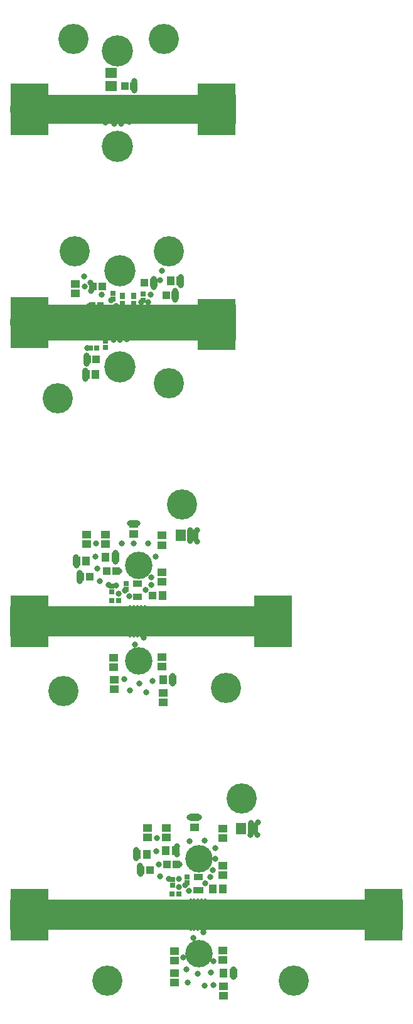
<source format=gts>
G04*
G04 #@! TF.GenerationSoftware,Altium Limited,Altium Designer,22.10.1 (41)*
G04*
G04 Layer_Color=8388736*
%FSLAX25Y25*%
%MOIN*%
G70*
G04*
G04 #@! TF.SameCoordinates,10B0A499-9DE9-419A-BA03-DC6469FBBFFB*
G04*
G04*
G04 #@! TF.FilePolarity,Negative*
G04*
G01*
G75*
%ADD40R,0.10630X0.10630*%
G04:AMPARAMS|DCode=41|XSize=12.01mil|YSize=27.56mil|CornerRadius=6mil|HoleSize=0mil|Usage=FLASHONLY|Rotation=0.000|XOffset=0mil|YOffset=0mil|HoleType=Round|Shape=RoundedRectangle|*
%AMROUNDEDRECTD41*
21,1,0.01201,0.01555,0,0,0.0*
21,1,0.00000,0.02756,0,0,0.0*
1,1,0.01201,0.00000,-0.00778*
1,1,0.01201,0.00000,-0.00778*
1,1,0.01201,0.00000,0.00778*
1,1,0.01201,0.00000,0.00778*
%
%ADD41ROUNDEDRECTD41*%
G04:AMPARAMS|DCode=42|XSize=27.56mil|YSize=12.01mil|CornerRadius=6mil|HoleSize=0mil|Usage=FLASHONLY|Rotation=0.000|XOffset=0mil|YOffset=0mil|HoleType=Round|Shape=RoundedRectangle|*
%AMROUNDEDRECTD42*
21,1,0.02756,0.00000,0,0,0.0*
21,1,0.01555,0.01201,0,0,0.0*
1,1,0.01201,0.00778,0.00000*
1,1,0.01201,-0.00778,0.00000*
1,1,0.01201,-0.00778,0.00000*
1,1,0.01201,0.00778,0.00000*
%
%ADD42ROUNDEDRECTD42*%
%ADD43R,0.04343X0.03202*%
%ADD44R,0.20485X0.06312*%
%ADD45R,0.04540X0.04147*%
%ADD46R,0.05748X0.06142*%
%ADD47R,0.03950X0.04343*%
%ADD48R,0.02926X0.02690*%
%ADD49R,0.05918X0.06312*%
%ADD50R,0.04343X0.04737*%
%ADD51R,0.04737X0.04343*%
%ADD52C,0.16016*%
%ADD53R,0.02690X0.02926*%
%ADD54R,0.02598X0.02638*%
%ADD55R,0.02965X0.02926*%
%ADD56R,0.03753X0.03162*%
%ADD57R,0.05079X0.03622*%
%ADD58R,0.03976X0.04370*%
%ADD59R,0.04147X0.04540*%
%ADD60R,0.04343X0.04343*%
%ADD61R,0.07493X0.07493*%
%ADD62R,0.01981X0.03910*%
%ADD63R,0.03910X0.01981*%
%ADD64R,0.02638X0.02598*%
%ADD65R,0.03425X0.02835*%
%ADD66R,0.07493X0.07493*%
%ADD67R,0.01581X0.03353*%
%ADD68R,0.03353X0.01581*%
%ADD69R,0.06115X0.05328*%
%ADD70R,0.02835X0.03425*%
%ADD71R,0.05249X0.03792*%
%ADD72C,0.02208*%
%ADD73C,0.14580*%
%ADD74C,0.16548*%
%ADD75C,0.03162*%
G36*
X149482Y285142D02*
X-439Y285142D01*
X-439Y301073D01*
X149482Y301073D01*
Y285142D01*
D02*
G37*
G36*
X208350Y129535D02*
X-421Y129535D01*
X-421Y145465D01*
X208350Y145465D01*
Y129535D01*
D02*
G37*
G36*
X119748Y442103D02*
X0D01*
X0Y461000D01*
X119748D01*
Y442103D01*
D02*
G37*
G36*
X119661Y557120D02*
X0D01*
Y572396D01*
X119661D01*
Y557120D01*
D02*
G37*
D40*
X67401Y293073D02*
D03*
X99451Y137469D02*
D03*
D41*
X63464Y300454D02*
D03*
X65432D02*
D03*
X67401D02*
D03*
X69369D02*
D03*
X71338D02*
D03*
Y285691D02*
D03*
X69369D02*
D03*
X67401D02*
D03*
X65432D02*
D03*
X63464D02*
D03*
X95514Y130088D02*
D03*
X97483D02*
D03*
X99451D02*
D03*
X101419D02*
D03*
X103388D02*
D03*
Y144851D02*
D03*
X101419D02*
D03*
X99451D02*
D03*
X97483D02*
D03*
X95514D02*
D03*
D42*
X74783Y297009D02*
D03*
Y295041D02*
D03*
Y293073D02*
D03*
Y291104D02*
D03*
Y289136D02*
D03*
X60019D02*
D03*
Y291104D02*
D03*
Y293073D02*
D03*
Y295041D02*
D03*
Y297009D02*
D03*
X92069Y141407D02*
D03*
Y139438D02*
D03*
Y137469D02*
D03*
Y135501D02*
D03*
Y133533D02*
D03*
X106833D02*
D03*
Y135501D02*
D03*
Y137469D02*
D03*
Y139438D02*
D03*
Y141407D02*
D03*
D43*
X1773Y137370D02*
D03*
X206196Y137500D02*
D03*
X147295Y293073D02*
D03*
X1771D02*
D03*
Y451592D02*
D03*
X117574Y450553D02*
D03*
Y564726D02*
D03*
X1771D02*
D03*
D44*
X9843Y148000D02*
D03*
Y126740D02*
D03*
X198126Y126870D02*
D03*
Y148130D02*
D03*
X139224Y282443D02*
D03*
Y303702D02*
D03*
X9842D02*
D03*
Y282443D02*
D03*
Y462222D02*
D03*
Y440962D02*
D03*
X109503Y439923D02*
D03*
Y461183D02*
D03*
Y575356D02*
D03*
Y554096D02*
D03*
X9842D02*
D03*
Y575356D02*
D03*
D45*
X54814Y268651D02*
D03*
Y273769D02*
D03*
X80503Y319092D02*
D03*
Y313974D02*
D03*
X40503Y334033D02*
D03*
Y339151D02*
D03*
X50503Y334033D02*
D03*
Y339151D02*
D03*
X81003Y250033D02*
D03*
Y255151D02*
D03*
X80503Y269033D02*
D03*
Y274151D02*
D03*
Y333533D02*
D03*
Y338651D02*
D03*
X34503Y467033D02*
D03*
Y472151D02*
D03*
X54857Y256913D02*
D03*
Y262031D02*
D03*
X112554Y183048D02*
D03*
Y177930D02*
D03*
X82554Y183548D02*
D03*
Y178430D02*
D03*
X72554Y183548D02*
D03*
Y178430D02*
D03*
X112554Y158371D02*
D03*
Y163489D02*
D03*
X86865Y118166D02*
D03*
Y113048D02*
D03*
X112554Y118548D02*
D03*
Y113430D02*
D03*
X86907Y106428D02*
D03*
Y101310D02*
D03*
X113054Y99548D02*
D03*
Y94430D02*
D03*
D46*
X122404Y182989D02*
D03*
X128703D02*
D03*
X90354Y338592D02*
D03*
D47*
X48729Y470644D02*
D03*
X43808D02*
D03*
X65464Y577092D02*
D03*
X60543D02*
D03*
X41964Y316592D02*
D03*
X37043D02*
D03*
X55964Y319592D02*
D03*
X51043D02*
D03*
X40543Y432092D02*
D03*
X45464D02*
D03*
X82543Y466092D02*
D03*
X87464D02*
D03*
X71043Y472592D02*
D03*
X75964D02*
D03*
X83093Y163989D02*
D03*
X88014D02*
D03*
X69093Y160989D02*
D03*
X74014D02*
D03*
D48*
X70110Y451196D02*
D03*
Y454660D02*
D03*
X50503Y438360D02*
D03*
Y441824D02*
D03*
D49*
X96653Y338592D02*
D03*
D50*
X50346Y327092D02*
D03*
X55661D02*
D03*
X34846Y325092D02*
D03*
X40161D02*
D03*
X86161Y262092D02*
D03*
X80846D02*
D03*
X45161Y424092D02*
D03*
X39846D02*
D03*
X90161Y473592D02*
D03*
X84846D02*
D03*
X87711Y171489D02*
D03*
X82396D02*
D03*
X72211Y169489D02*
D03*
X66896D02*
D03*
X112896Y106489D02*
D03*
X118211D02*
D03*
D51*
X65504Y339435D02*
D03*
Y344750D02*
D03*
X97554Y189147D02*
D03*
Y183832D02*
D03*
D52*
X81500Y602000D02*
D03*
X114504Y257592D02*
D03*
X25000Y411500D02*
D03*
X34000Y489500D02*
D03*
X33500Y602000D02*
D03*
X84000Y489500D02*
D03*
X84000Y419555D02*
D03*
X28000Y256000D02*
D03*
X91000Y355000D02*
D03*
X122771Y199073D02*
D03*
X51271Y102573D02*
D03*
X150271D02*
D03*
D53*
X57236Y304092D02*
D03*
X53771D02*
D03*
X85821Y148489D02*
D03*
X89286D02*
D03*
D54*
X61503Y313128D02*
D03*
Y310057D02*
D03*
X53798Y311810D02*
D03*
Y308739D02*
D03*
X54434Y467038D02*
D03*
Y463967D02*
D03*
X70503Y463557D02*
D03*
Y466628D02*
D03*
X93554Y154454D02*
D03*
Y157525D02*
D03*
X85848Y153136D02*
D03*
Y156207D02*
D03*
D55*
X78311Y450760D02*
D03*
X75240D02*
D03*
X39039Y451592D02*
D03*
X35968D02*
D03*
X79539Y459092D02*
D03*
X76468D02*
D03*
D56*
X87025Y293073D02*
D03*
X91946D02*
D03*
X17040D02*
D03*
X12118D02*
D03*
X51461D02*
D03*
X56382D02*
D03*
X25959Y137370D02*
D03*
X30880D02*
D03*
X114340Y137469D02*
D03*
X119262D02*
D03*
X83690Y137428D02*
D03*
X88611D02*
D03*
D57*
X67503Y313037D02*
D03*
Y306147D02*
D03*
X99554Y157434D02*
D03*
D58*
X75444Y306592D02*
D03*
D59*
X80563D02*
D03*
X107495Y150989D02*
D03*
X112613D02*
D03*
D60*
X121432Y293073D02*
D03*
X127731D02*
D03*
X179305Y137469D02*
D03*
X185604D02*
D03*
D61*
X56825Y564726D02*
D03*
D62*
X55526Y570573D02*
D03*
X58125D02*
D03*
Y558880D02*
D03*
X55526D02*
D03*
D63*
X62672Y566025D02*
D03*
Y563427D02*
D03*
X50979D02*
D03*
Y566025D02*
D03*
D64*
X45539Y438092D02*
D03*
X42468D02*
D03*
D65*
X43240Y461092D02*
D03*
X47767D02*
D03*
D66*
X58003Y450553D02*
D03*
D67*
X55051Y456458D02*
D03*
X57019D02*
D03*
X58988D02*
D03*
X60956D02*
D03*
Y444647D02*
D03*
X58988D02*
D03*
X57019D02*
D03*
X55051D02*
D03*
D68*
X63909Y453506D02*
D03*
Y451537D02*
D03*
Y449569D02*
D03*
Y447600D02*
D03*
X52098D02*
D03*
Y449569D02*
D03*
Y451537D02*
D03*
Y453506D02*
D03*
D69*
X53504Y577147D02*
D03*
Y584037D02*
D03*
D70*
X59504Y461328D02*
D03*
Y465856D02*
D03*
X65342Y461289D02*
D03*
Y465816D02*
D03*
D71*
X99554Y150544D02*
D03*
D72*
X1780Y564735D02*
X51693D01*
X62255Y564733D02*
X117568D01*
X185619Y137485D02*
X206181D01*
X119262Y137469D02*
X179305D01*
X106833D02*
X114340D01*
X88632Y137449D02*
X92049D01*
X30910Y137399D02*
X83661D01*
X1773Y137370D02*
X25959D01*
X64172Y450760D02*
X75240D01*
X78414Y450657D02*
X117471D01*
X74783Y293073D02*
X87025D01*
X1771Y451592D02*
X35968D01*
X127731Y293073D02*
X147295D01*
X91946D02*
X121432D01*
X1771D02*
X12118D01*
X17040D02*
X51461D01*
X56382D02*
X60019D01*
D73*
X99950Y116720D02*
D03*
Y167114D02*
D03*
X67901Y322600D02*
D03*
X67901Y272206D02*
D03*
D74*
X58003Y428198D02*
D03*
X56826Y595632D02*
D03*
X58003Y478986D02*
D03*
X56826Y545238D02*
D03*
D75*
X60711Y309276D02*
D03*
X131289Y186263D02*
D03*
X127515Y186210D02*
D03*
X106771Y553976D02*
D03*
X105586Y575374D02*
D03*
X53255Y463434D02*
D03*
X4322Y554059D02*
D03*
X13717Y462297D02*
D03*
X8913Y462303D02*
D03*
X70719Y293047D02*
D03*
X67296D02*
D03*
X61767Y442684D02*
D03*
X58083Y442410D02*
D03*
X54827Y442537D02*
D03*
X99043Y341487D02*
D03*
X55892Y460297D02*
D03*
X106291Y131321D02*
D03*
X92819Y153140D02*
D03*
X55883Y312198D02*
D03*
X40646Y437947D02*
D03*
X69329Y462277D02*
D03*
X11573Y148325D02*
D03*
X7099D02*
D03*
X2939Y148199D02*
D03*
X11447Y126329D02*
D03*
X7099Y126392D02*
D03*
X2561D02*
D03*
X205534Y148417D02*
D03*
X200821Y148361D02*
D03*
X196276D02*
D03*
X195771Y126872D02*
D03*
X200428Y126816D02*
D03*
X204748Y126872D02*
D03*
X201973Y133113D02*
D03*
X196500Y133000D02*
D03*
X191190Y133007D02*
D03*
X202000Y142000D02*
D03*
X196500D02*
D03*
X191253Y141863D02*
D03*
X186000Y143000D02*
D03*
Y132000D02*
D03*
X112000Y142000D02*
D03*
Y133000D02*
D03*
X173935Y141960D02*
D03*
X167636D02*
D03*
X161336D02*
D03*
X155037D02*
D03*
X148738D02*
D03*
X142439D02*
D03*
X136140D02*
D03*
X129840D02*
D03*
X123541D02*
D03*
X117352Y142004D02*
D03*
X117842Y132779D02*
D03*
X124767Y132979D02*
D03*
X131066D02*
D03*
X137366D02*
D03*
X143665D02*
D03*
X149964D02*
D03*
X156263D02*
D03*
X162563D02*
D03*
X168862D02*
D03*
X174000Y133000D02*
D03*
X180000Y132000D02*
D03*
X179856Y143036D02*
D03*
X88378Y132725D02*
D03*
X80665Y141818D02*
D03*
X75087Y141890D02*
D03*
X68787D02*
D03*
X62488D02*
D03*
X56189D02*
D03*
X49890D02*
D03*
X43591D02*
D03*
X37291D02*
D03*
X33500Y133000D02*
D03*
X40106Y132909D02*
D03*
X46405D02*
D03*
X52705D02*
D03*
X59004D02*
D03*
X65303D02*
D03*
X71602D02*
D03*
X77901D02*
D03*
X83750Y132725D02*
D03*
X86186Y141940D02*
D03*
X6630Y132948D02*
D03*
X12788Y132974D02*
D03*
X19259Y133001D02*
D03*
X25811Y132982D02*
D03*
X30038Y141762D02*
D03*
X23383Y141686D02*
D03*
X17109Y141861D02*
D03*
X10810D02*
D03*
X5500Y142000D02*
D03*
X107743Y112847D02*
D03*
X91739Y114790D02*
D03*
X107784Y100104D02*
D03*
X108568Y167099D02*
D03*
X89334Y152238D02*
D03*
X78299Y288469D02*
D03*
X112294Y446339D02*
D03*
X107292Y446126D02*
D03*
X101655Y446132D02*
D03*
X96062Y446106D02*
D03*
X91099Y446063D02*
D03*
X86092Y445976D02*
D03*
X81271Y446072D02*
D03*
X77271D02*
D03*
X72771D02*
D03*
X112271Y455072D02*
D03*
X107771D02*
D03*
X103271D02*
D03*
X93271D02*
D03*
X107370Y161065D02*
D03*
X99447Y137386D02*
D03*
X99390Y141240D02*
D03*
X102959Y141212D02*
D03*
X102988Y137529D02*
D03*
X103159Y133760D02*
D03*
X99419Y133788D02*
D03*
X95735Y133760D02*
D03*
X95850Y137557D02*
D03*
Y141183D02*
D03*
X47771Y106572D02*
D03*
X46271Y102573D02*
D03*
X47271Y99072D02*
D03*
X51271Y97072D02*
D03*
X55271Y99072D02*
D03*
X56771Y103073D02*
D03*
X55271Y106572D02*
D03*
X51271Y108072D02*
D03*
X106028Y157299D02*
D03*
X108636Y172582D02*
D03*
X102916Y176783D02*
D03*
X95051Y176514D02*
D03*
X89271Y156572D02*
D03*
X79326Y157651D02*
D03*
X78552Y164087D02*
D03*
X77240Y171060D02*
D03*
X77717Y177973D02*
D03*
X99447Y106005D02*
D03*
X106467Y106831D02*
D03*
X102916Y99811D02*
D03*
X94161Y101380D02*
D03*
X93418Y108566D02*
D03*
X97153Y124969D02*
D03*
X118271Y104572D02*
D03*
Y108572D02*
D03*
X102428Y128116D02*
D03*
X84097Y156414D02*
D03*
X89709Y164041D02*
D03*
X68924Y158999D02*
D03*
X68831Y163248D02*
D03*
X88489Y169434D02*
D03*
X88304Y173684D02*
D03*
X66757Y167410D02*
D03*
X66774Y171868D02*
D03*
X100154Y189205D02*
D03*
X95071Y189123D02*
D03*
X131028Y179894D02*
D03*
X127405Y179741D02*
D03*
X106890Y142733D02*
D03*
X92167Y132070D02*
D03*
X91972Y142996D02*
D03*
X103500Y154000D02*
D03*
X94776Y150162D02*
D03*
X137161Y303939D02*
D03*
X141769Y303875D02*
D03*
X145993Y303811D02*
D03*
X138185Y282564D02*
D03*
X142153D02*
D03*
X146121Y282436D02*
D03*
X134271Y288573D02*
D03*
X140271D02*
D03*
X139771Y297572D02*
D03*
X134271D02*
D03*
X129387Y286671D02*
D03*
X124538D02*
D03*
X119931Y286706D02*
D03*
X129000Y299500D02*
D03*
X124053Y299522D02*
D03*
X119238Y299418D02*
D03*
X116086Y288472D02*
D03*
X81771Y288573D02*
D03*
X86771D02*
D03*
X92271D02*
D03*
X78271Y297572D02*
D03*
X83271D02*
D03*
X113727Y297563D02*
D03*
X107428D02*
D03*
X101129D02*
D03*
X94831Y297718D02*
D03*
X88537Y297485D02*
D03*
X98390Y288582D02*
D03*
X104689D02*
D03*
X110988D02*
D03*
X13091Y282119D02*
D03*
X8078D02*
D03*
X2835D02*
D03*
X13840Y303783D02*
D03*
X8424Y303841D02*
D03*
X3066Y303668D02*
D03*
X56485Y288228D02*
D03*
X48061Y297611D02*
D03*
X6271Y298073D02*
D03*
X11322Y298101D02*
D03*
X9023Y288416D02*
D03*
X10912Y456480D02*
D03*
X42008Y297563D02*
D03*
X35709D02*
D03*
X29410D02*
D03*
X23111D02*
D03*
X16829Y298026D02*
D03*
X14180Y288416D02*
D03*
X20477Y288582D02*
D03*
X26777D02*
D03*
X33076D02*
D03*
X39375D02*
D03*
X45674D02*
D03*
X51956Y288119D02*
D03*
X53913Y297898D02*
D03*
X71546Y309599D02*
D03*
X51866Y312309D02*
D03*
X57335Y307736D02*
D03*
X70630Y284496D02*
D03*
X74878Y298411D02*
D03*
X74801Y287826D02*
D03*
X59957D02*
D03*
X59901Y298513D02*
D03*
X73000Y462500D02*
D03*
X79500Y474000D02*
D03*
X48339Y466406D02*
D03*
X42560Y468349D02*
D03*
X42455Y472892D02*
D03*
X105500Y461000D02*
D03*
X110565Y460857D02*
D03*
X115000Y461000D02*
D03*
X106466Y439614D02*
D03*
X111287D02*
D03*
X115718Y439808D02*
D03*
X14025Y440780D02*
D03*
X8743Y440665D02*
D03*
X3805D02*
D03*
X4000Y462500D02*
D03*
X86000Y260000D02*
D03*
Y264000D02*
D03*
X24000Y260000D02*
D03*
X22500Y256000D02*
D03*
X24000Y252500D02*
D03*
X28000Y250500D02*
D03*
X31500Y252500D02*
D03*
X33500Y256500D02*
D03*
X31500Y260000D02*
D03*
X28000Y261500D02*
D03*
X68500Y260000D02*
D03*
X75500Y261500D02*
D03*
X72000Y255500D02*
D03*
X63500Y256500D02*
D03*
X60500Y262500D02*
D03*
X67357Y289517D02*
D03*
X70582Y289621D02*
D03*
X70894Y296660D02*
D03*
X67392Y296799D02*
D03*
X63855Y289413D02*
D03*
Y293054D02*
D03*
X63890Y296764D02*
D03*
X66124Y280887D02*
D03*
X77000Y327500D02*
D03*
X65500Y334500D02*
D03*
X73000D02*
D03*
X59000D02*
D03*
X74822Y316271D02*
D03*
X74774Y312362D02*
D03*
X99131Y335571D02*
D03*
X95462Y335690D02*
D03*
X95403Y341490D02*
D03*
X57511Y319724D02*
D03*
X55686Y324784D02*
D03*
X55633Y329269D02*
D03*
X47500Y314500D02*
D03*
X46000Y321000D02*
D03*
X45000Y327500D02*
D03*
X45500Y334500D02*
D03*
X62929Y306316D02*
D03*
X36679Y314536D02*
D03*
X36781Y318648D02*
D03*
X34885Y322758D02*
D03*
X34793Y327238D02*
D03*
X67500Y345000D02*
D03*
X63500D02*
D03*
X83000Y455000D02*
D03*
X98771Y455072D02*
D03*
X88271D02*
D03*
X74418Y455355D02*
D03*
X68718Y445785D02*
D03*
X78391Y455403D02*
D03*
X44690Y446965D02*
D03*
X46754Y455896D02*
D03*
X41595Y456750D02*
D03*
X7831Y446705D02*
D03*
X14130D02*
D03*
X20429D02*
D03*
X26728D02*
D03*
X33027D02*
D03*
X39317Y447057D02*
D03*
X36099Y456825D02*
D03*
X29810Y456480D02*
D03*
X23510D02*
D03*
X17211D02*
D03*
X6271Y456572D02*
D03*
X63848Y445419D02*
D03*
X74500Y466500D02*
D03*
X80500Y479000D02*
D03*
X66529Y457346D02*
D03*
X64000Y455000D02*
D03*
X39212Y470730D02*
D03*
X39076Y475950D02*
D03*
X81684Y424892D02*
D03*
X78684Y421392D02*
D03*
Y416892D02*
D03*
X82184Y413892D02*
D03*
X86184D02*
D03*
X89184Y416892D02*
D03*
Y421392D02*
D03*
X86184Y424892D02*
D03*
X59896Y448631D02*
D03*
X56075D02*
D03*
X59941Y452565D02*
D03*
X56143Y452520D02*
D03*
X39636Y421675D02*
D03*
X39659Y426176D02*
D03*
X40303Y429892D02*
D03*
Y434082D02*
D03*
X90334Y471310D02*
D03*
X90254Y475789D02*
D03*
X87448Y463657D02*
D03*
X87470Y468295D02*
D03*
X80802Y459084D02*
D03*
X76064Y470345D02*
D03*
X75978Y474601D02*
D03*
X41568Y460446D02*
D03*
X110500Y554000D02*
D03*
X114500D02*
D03*
X109503Y575356D02*
D03*
X114000Y575500D02*
D03*
X8500Y554000D02*
D03*
X13000D02*
D03*
Y575500D02*
D03*
X8500D02*
D03*
X4500D02*
D03*
X49798Y570354D02*
D03*
X50458Y557709D02*
D03*
X63000Y558000D02*
D03*
X68050Y559845D02*
D03*
X74349D02*
D03*
X80649D02*
D03*
X86948D02*
D03*
X93247D02*
D03*
X99546D02*
D03*
X105845D02*
D03*
X112145D02*
D03*
X109317Y569620D02*
D03*
X103018D02*
D03*
X96719D02*
D03*
X90419D02*
D03*
X84120D02*
D03*
X77821D02*
D03*
X71522D02*
D03*
X65306Y570643D02*
D03*
X45431Y569623D02*
D03*
X39132D02*
D03*
X32833D02*
D03*
X26534D02*
D03*
X20234D02*
D03*
X13935D02*
D03*
X7636D02*
D03*
X9445Y559847D02*
D03*
X15744D02*
D03*
X22043D02*
D03*
X28343D02*
D03*
X34642D02*
D03*
X40941D02*
D03*
X47240D02*
D03*
X83500Y607500D02*
D03*
X86500Y604000D02*
D03*
Y599500D02*
D03*
X83500Y596500D02*
D03*
X79500D02*
D03*
X76000Y599500D02*
D03*
Y604000D02*
D03*
X79000Y607500D02*
D03*
X58681Y556995D02*
D03*
X55000Y557000D02*
D03*
X55165Y566396D02*
D03*
X58486Y563068D02*
D03*
X58505Y566419D02*
D03*
X55098Y563012D02*
D03*
X65523Y579596D02*
D03*
X65566Y574730D02*
D03*
M02*

</source>
